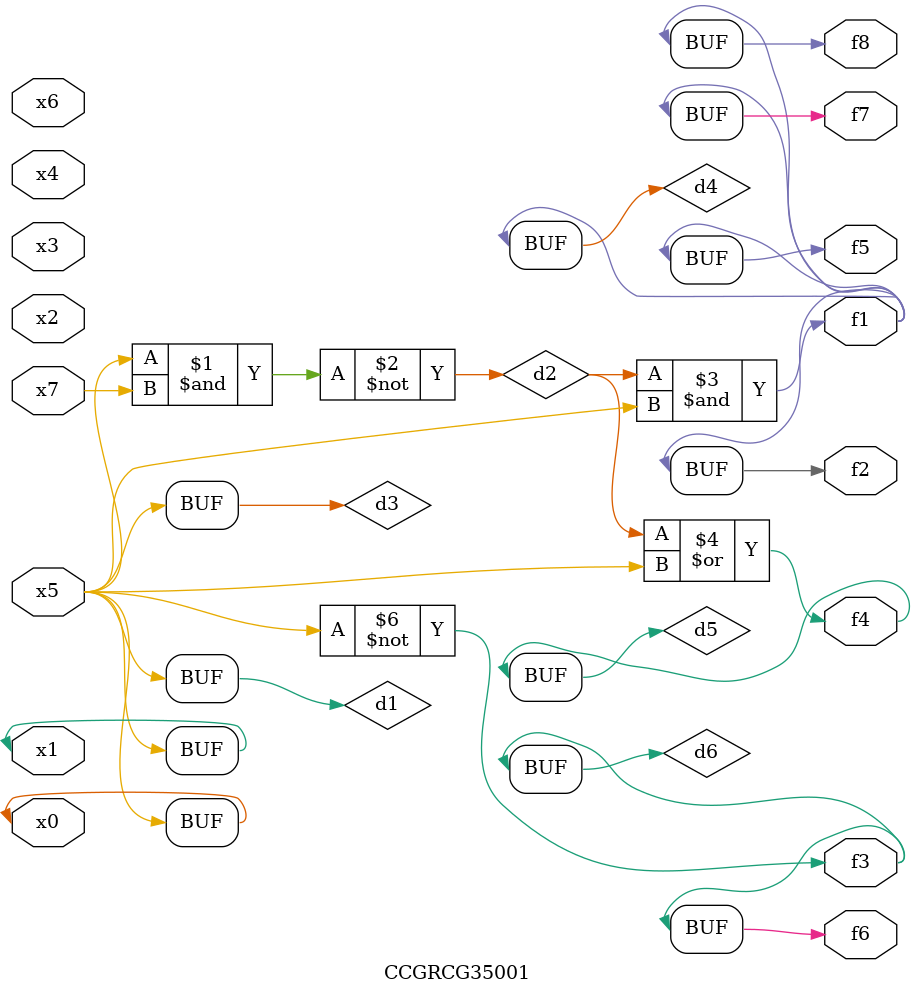
<source format=v>
module CCGRCG35001(
	input x0, x1, x2, x3, x4, x5, x6, x7,
	output f1, f2, f3, f4, f5, f6, f7, f8
);

	wire d1, d2, d3, d4, d5, d6;

	buf (d1, x0, x5);
	nand (d2, x5, x7);
	buf (d3, x0, x1);
	and (d4, d2, d3);
	or (d5, d2, d3);
	nor (d6, d1, d3);
	assign f1 = d4;
	assign f2 = d4;
	assign f3 = d6;
	assign f4 = d5;
	assign f5 = d4;
	assign f6 = d6;
	assign f7 = d4;
	assign f8 = d4;
endmodule

</source>
